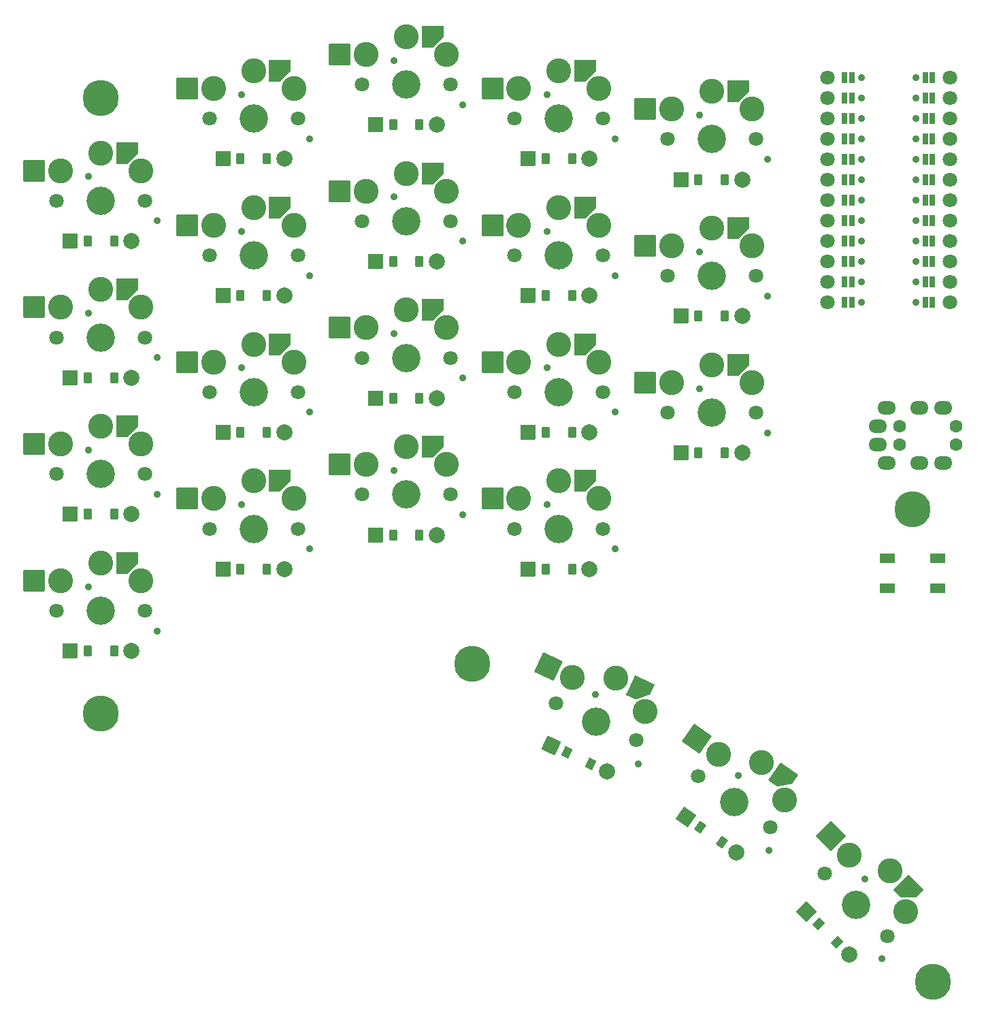
<source format=gts>
G04 #@! TF.GenerationSoftware,KiCad,Pcbnew,8.0.1*
G04 #@! TF.CreationDate,2024-03-30T10:30:43-04:00*
G04 #@! TF.ProjectId,kipra-kicad,6b697072-612d-46b6-9963-61642e6b6963,v1.0.0*
G04 #@! TF.SameCoordinates,Original*
G04 #@! TF.FileFunction,Soldermask,Top*
G04 #@! TF.FilePolarity,Negative*
%FSLAX46Y46*%
G04 Gerber Fmt 4.6, Leading zero omitted, Abs format (unit mm)*
G04 Created by KiCad (PCBNEW 8.0.1) date 2024-03-30 10:30:43*
%MOMM*%
%LPD*%
G01*
G04 APERTURE LIST*
G04 Aperture macros list*
%AMRoundRect*
0 Rectangle with rounded corners*
0 $1 Rounding radius*
0 $2 $3 $4 $5 $6 $7 $8 $9 X,Y pos of 4 corners*
0 Add a 4 corners polygon primitive as box body*
4,1,4,$2,$3,$4,$5,$6,$7,$8,$9,$2,$3,0*
0 Add four circle primitives for the rounded corners*
1,1,$1+$1,$2,$3*
1,1,$1+$1,$4,$5*
1,1,$1+$1,$6,$7*
1,1,$1+$1,$8,$9*
0 Add four rect primitives between the rounded corners*
20,1,$1+$1,$2,$3,$4,$5,0*
20,1,$1+$1,$4,$5,$6,$7,0*
20,1,$1+$1,$6,$7,$8,$9,0*
20,1,$1+$1,$8,$9,$2,$3,0*%
%AMFreePoly0*
4,1,14,1.335355,1.335355,1.350000,1.300000,1.350000,0.000000,1.335355,-0.035355,0.035355,-1.335355,0.000000,-1.350000,-1.300000,-1.350000,-1.335355,-1.335355,-1.350000,-1.300000,-1.350000,1.300000,-1.335355,1.335355,-1.300000,1.350000,1.300000,1.350000,1.335355,1.335355,1.335355,1.335355,$1*%
G04 Aperture macros list end*
%ADD10C,3.529000*%
%ADD11C,1.801800*%
%ADD12C,3.100000*%
%ADD13RoundRect,0.050000X-1.300000X-1.300000X1.300000X-1.300000X1.300000X1.300000X-1.300000X1.300000X0*%
%ADD14FreePoly0,0.000000*%
%ADD15C,0.900000*%
%ADD16RoundRect,0.050000X-1.838478X0.000000X0.000000X-1.838478X1.838478X0.000000X0.000000X1.838478X0*%
%ADD17FreePoly0,315.000000*%
%ADD18RoundRect,0.050000X-1.810547X-0.319248X0.319248X-1.810547X1.810547X0.319248X-0.319248X1.810547X0*%
%ADD19FreePoly0,325.000000*%
%ADD20RoundRect,0.050000X-1.727604X-0.628796X0.628796X-1.727604X1.727604X0.628796X-0.628796X1.727604X0*%
%ADD21FreePoly0,335.000000*%
%ADD22RoundRect,0.050000X-0.450000X-0.600000X0.450000X-0.600000X0.450000X0.600000X-0.450000X0.600000X0*%
%ADD23RoundRect,0.050000X-0.889000X-0.889000X0.889000X-0.889000X0.889000X0.889000X-0.889000X0.889000X0*%
%ADD24C,2.005000*%
%ADD25RoundRect,0.050000X-0.742462X-0.106066X-0.106066X-0.742462X0.742462X0.106066X0.106066X0.742462X0*%
%ADD26RoundRect,0.050000X-1.257236X0.000000X0.000000X-1.257236X1.257236X0.000000X0.000000X1.257236X0*%
%ADD27RoundRect,0.050000X-0.712764X-0.233382X0.024473X-0.749601X0.712764X0.233382X-0.024473X0.749601X0*%
%ADD28RoundRect,0.050000X-1.238136X-0.218317X0.218317X-1.238136X1.238136X0.218317X-0.218317X1.238136X0*%
%ADD29RoundRect,0.050000X-0.661409X-0.353606X0.154268X-0.733963X0.661409X0.353606X-0.154268X0.733963X0*%
%ADD30RoundRect,0.050000X-1.181415X-0.430000X0.430000X-1.181415X1.181415X0.430000X-0.430000X1.181415X0*%
%ADD31C,1.800000*%
%ADD32RoundRect,0.050000X-0.300000X-0.600000X0.300000X-0.600000X0.300000X0.600000X-0.300000X0.600000X0*%
%ADD33C,1.600000*%
%ADD34O,2.300000X1.700000*%
%ADD35RoundRect,0.050000X-0.900000X-0.550000X0.900000X-0.550000X0.900000X0.550000X-0.900000X0.550000X0*%
%ADD36C,0.800000*%
%ADD37C,4.500000*%
G04 APERTURE END LIST*
D10*
X99564702Y-99602060D03*
D11*
X105064702Y-99602060D03*
X94064702Y-99602060D03*
D12*
X104564702Y-95852060D03*
X99564702Y-93652058D03*
X94564702Y-95852060D03*
D13*
X91289702Y-95852061D03*
D14*
X102839702Y-93652060D03*
D15*
X98064702Y-96602060D03*
X106564702Y-102102060D03*
D10*
X99564703Y-82602061D03*
D11*
X105064703Y-82602061D03*
X94064703Y-82602061D03*
D12*
X104564703Y-78852061D03*
X99564703Y-76652059D03*
X94564703Y-78852061D03*
D13*
X91289703Y-78852062D03*
D14*
X102839703Y-76652061D03*
D15*
X98064703Y-79602061D03*
X106564703Y-85102061D03*
D10*
X99564702Y-65602057D03*
D11*
X105064702Y-65602057D03*
X94064702Y-65602057D03*
D12*
X104564702Y-61852057D03*
X99564702Y-59652055D03*
X94564702Y-61852057D03*
D13*
X91289702Y-61852058D03*
D14*
X102839702Y-59652057D03*
D15*
X98064702Y-62602057D03*
X106564702Y-68102057D03*
D10*
X99564702Y-48602060D03*
D11*
X105064702Y-48602060D03*
X94064702Y-48602060D03*
D12*
X104564702Y-44852060D03*
X99564702Y-42652058D03*
X94564702Y-44852060D03*
D13*
X91289702Y-44852061D03*
D14*
X102839702Y-42652060D03*
D15*
X98064702Y-45602060D03*
X106564702Y-51102060D03*
D10*
X118564700Y-89402055D03*
D11*
X124064700Y-89402055D03*
X113064700Y-89402055D03*
D12*
X123564700Y-85652055D03*
X118564700Y-83452053D03*
X113564700Y-85652055D03*
D13*
X110289700Y-85652056D03*
D14*
X121839700Y-83452055D03*
D15*
X117064700Y-86402055D03*
X125564700Y-91902055D03*
D10*
X118564704Y-72402056D03*
D11*
X124064704Y-72402056D03*
X113064704Y-72402056D03*
D12*
X123564704Y-68652056D03*
X118564704Y-66452054D03*
X113564704Y-68652056D03*
D13*
X110289704Y-68652057D03*
D14*
X121839704Y-66452056D03*
D15*
X117064704Y-69402056D03*
X125564704Y-74902056D03*
D10*
X118564704Y-55402053D03*
D11*
X124064704Y-55402053D03*
X113064704Y-55402053D03*
D12*
X123564704Y-51652053D03*
X118564704Y-49452051D03*
X113564704Y-51652053D03*
D13*
X110289704Y-51652054D03*
D14*
X121839704Y-49452053D03*
D15*
X117064704Y-52402053D03*
X125564704Y-57902053D03*
D10*
X118564707Y-38402059D03*
D11*
X124064707Y-38402059D03*
X113064707Y-38402059D03*
D12*
X123564707Y-34652059D03*
X118564707Y-32452057D03*
X113564707Y-34652059D03*
D13*
X110289707Y-34652060D03*
D14*
X121839707Y-32452059D03*
D15*
X117064707Y-35402059D03*
X125564707Y-40902059D03*
D10*
X137564703Y-85152060D03*
D11*
X143064703Y-85152060D03*
X132064703Y-85152060D03*
D12*
X142564703Y-81402060D03*
X137564703Y-79202058D03*
X132564703Y-81402060D03*
D13*
X129289703Y-81402061D03*
D14*
X140839703Y-79202060D03*
D15*
X136064703Y-82152060D03*
X144564703Y-87652060D03*
D10*
X137564700Y-68152056D03*
D11*
X143064700Y-68152056D03*
X132064700Y-68152056D03*
D12*
X142564700Y-64402056D03*
X137564700Y-62202054D03*
X132564700Y-64402056D03*
D13*
X129289700Y-64402057D03*
D14*
X140839700Y-62202056D03*
D15*
X136064700Y-65152056D03*
X144564700Y-70652056D03*
D10*
X137564705Y-51152059D03*
D11*
X143064705Y-51152059D03*
X132064705Y-51152059D03*
D12*
X142564705Y-47402059D03*
X137564705Y-45202057D03*
X132564705Y-47402059D03*
D13*
X129289705Y-47402060D03*
D14*
X140839705Y-45202059D03*
D15*
X136064705Y-48152059D03*
X144564705Y-53652059D03*
D10*
X137564701Y-34152059D03*
D11*
X143064701Y-34152059D03*
X132064701Y-34152059D03*
D12*
X142564701Y-30402059D03*
X137564701Y-28202057D03*
X132564701Y-30402059D03*
D13*
X129289701Y-30402060D03*
D14*
X140839701Y-28202059D03*
D15*
X136064701Y-31152059D03*
X144564701Y-36652059D03*
D10*
X156564700Y-89402056D03*
D11*
X162064700Y-89402056D03*
X151064700Y-89402056D03*
D12*
X161564700Y-85652056D03*
X156564700Y-83452054D03*
X151564700Y-85652056D03*
D13*
X148289700Y-85652057D03*
D14*
X159839700Y-83452056D03*
D15*
X155064700Y-86402056D03*
X163564700Y-91902056D03*
D10*
X156564701Y-72402059D03*
D11*
X162064701Y-72402059D03*
X151064701Y-72402059D03*
D12*
X161564701Y-68652059D03*
X156564701Y-66452057D03*
X151564701Y-68652059D03*
D13*
X148289701Y-68652060D03*
D14*
X159839701Y-66452059D03*
D15*
X155064701Y-69402059D03*
X163564701Y-74902059D03*
D10*
X156564703Y-55402057D03*
D11*
X162064703Y-55402057D03*
X151064703Y-55402057D03*
D12*
X161564703Y-51652057D03*
X156564703Y-49452055D03*
X151564703Y-51652057D03*
D13*
X148289703Y-51652058D03*
D14*
X159839703Y-49452057D03*
D15*
X155064703Y-52402057D03*
X163564703Y-57902057D03*
D10*
X156564707Y-38402059D03*
D11*
X162064707Y-38402059D03*
X151064707Y-38402059D03*
D12*
X161564707Y-34652059D03*
X156564707Y-32452057D03*
X151564707Y-34652059D03*
D13*
X148289707Y-34652060D03*
D14*
X159839707Y-32452059D03*
D15*
X155064707Y-35402059D03*
X163564707Y-40902059D03*
D10*
X175564700Y-74952058D03*
D11*
X181064700Y-74952058D03*
X170064700Y-74952058D03*
D12*
X180564700Y-71202058D03*
X175564700Y-69002056D03*
X170564700Y-71202058D03*
D13*
X167289700Y-71202059D03*
D14*
X178839700Y-69002058D03*
D15*
X174064700Y-71952058D03*
X182564700Y-77452058D03*
D10*
X175564700Y-57952060D03*
D11*
X181064700Y-57952060D03*
X170064700Y-57952060D03*
D12*
X180564700Y-54202060D03*
X175564700Y-52002058D03*
X170564700Y-54202060D03*
D13*
X167289700Y-54202061D03*
D14*
X178839700Y-52002060D03*
D15*
X174064700Y-54952060D03*
X182564700Y-60452060D03*
D10*
X175564704Y-40952060D03*
D11*
X181064704Y-40952060D03*
X170064704Y-40952060D03*
D12*
X180564704Y-37202060D03*
X175564704Y-35002058D03*
X170564704Y-37202060D03*
D13*
X167289704Y-37202061D03*
D14*
X178839704Y-35002060D03*
D15*
X174064704Y-37952060D03*
X182564704Y-43452060D03*
D10*
X193564705Y-136152064D03*
D11*
X197453792Y-140041152D03*
X189675618Y-132262976D03*
D12*
X199751889Y-137035947D03*
X197771990Y-131944777D03*
X192680822Y-129964880D03*
D16*
X190365047Y-127649105D03*
D17*
X200087765Y-134260553D03*
D15*
X194625365Y-132970083D03*
X196746686Y-142869577D03*
D10*
X178361906Y-123353423D03*
D11*
X182867242Y-126508091D03*
X173856570Y-120198755D03*
D12*
X184608578Y-123149485D03*
X181774687Y-118479466D03*
X176417057Y-117413721D03*
D18*
X173734334Y-115535258D03*
D19*
X184457409Y-120357931D03*
D15*
X178853907Y-120035602D03*
X182662029Y-129416337D03*
D10*
X161167615Y-113389173D03*
D11*
X166152309Y-115713572D03*
X156182921Y-111064774D03*
D12*
X167283972Y-112103610D03*
X163682194Y-107996642D03*
X158220894Y-107877427D03*
D20*
X155252737Y-106493354D03*
D21*
X166650352Y-109380716D03*
D15*
X161076008Y-110036322D03*
X166455224Y-118613270D03*
D22*
X97914707Y-104602056D03*
X101214707Y-104602056D03*
D23*
X95754707Y-104602056D03*
D24*
X103374707Y-104602056D03*
D22*
X97914704Y-87602059D03*
X101214704Y-87602059D03*
D23*
X95754704Y-87602059D03*
D24*
X103374704Y-87602059D03*
D22*
X97914709Y-70602059D03*
X101214709Y-70602059D03*
D23*
X95754709Y-70602059D03*
D24*
X103374709Y-70602059D03*
D22*
X97914705Y-53602057D03*
X101214705Y-53602057D03*
D23*
X95754705Y-53602057D03*
D24*
X103374705Y-53602057D03*
D22*
X116914705Y-94402054D03*
X120214705Y-94402054D03*
D23*
X114754705Y-94402054D03*
D24*
X122374705Y-94402054D03*
D22*
X116914704Y-77402058D03*
X120214704Y-77402058D03*
D23*
X114754704Y-77402058D03*
D24*
X122374704Y-77402058D03*
D22*
X116914706Y-60402060D03*
X120214706Y-60402060D03*
D23*
X114754706Y-60402060D03*
D24*
X122374706Y-60402060D03*
D22*
X116914706Y-43402055D03*
X120214706Y-43402055D03*
D23*
X114754706Y-43402055D03*
D24*
X122374706Y-43402055D03*
D22*
X135914707Y-90152058D03*
X139214707Y-90152058D03*
D23*
X133754707Y-90152058D03*
D24*
X141374707Y-90152058D03*
D22*
X135914705Y-73152062D03*
X139214705Y-73152062D03*
D23*
X133754705Y-73152062D03*
D24*
X141374705Y-73152062D03*
D22*
X135914703Y-56152059D03*
X139214703Y-56152059D03*
D23*
X133754703Y-56152059D03*
D24*
X141374703Y-56152059D03*
D22*
X135914704Y-39152057D03*
X139214704Y-39152057D03*
D23*
X133754704Y-39152057D03*
D24*
X141374704Y-39152057D03*
D22*
X154914707Y-94402057D03*
X158214707Y-94402057D03*
D23*
X152754707Y-94402057D03*
D24*
X160374707Y-94402057D03*
D22*
X154914707Y-77402055D03*
X158214707Y-77402055D03*
D23*
X152754707Y-77402055D03*
D24*
X160374707Y-77402055D03*
D22*
X154914705Y-60402059D03*
X158214705Y-60402059D03*
D23*
X152754705Y-60402059D03*
D24*
X160374705Y-60402059D03*
D22*
X154914703Y-43402054D03*
X158214703Y-43402054D03*
D23*
X152754703Y-43402054D03*
D24*
X160374703Y-43402054D03*
D22*
X173914704Y-79952057D03*
X177214704Y-79952057D03*
D23*
X171754704Y-79952057D03*
D24*
X179374704Y-79952057D03*
D22*
X173914700Y-62952058D03*
X177214700Y-62952058D03*
D23*
X171754700Y-62952058D03*
D24*
X179374700Y-62952058D03*
D22*
X173914700Y-45952056D03*
X177214700Y-45952056D03*
D23*
X171754700Y-45952056D03*
D24*
X179374700Y-45952056D03*
D25*
X188862441Y-138520865D03*
X191195893Y-140854317D03*
D26*
X187335090Y-136993514D03*
D24*
X192723244Y-142381668D03*
D27*
X174142427Y-126502782D03*
X176845629Y-128395584D03*
D28*
X172373059Y-125263857D03*
D24*
X178614997Y-129634509D03*
D29*
X157559120Y-117223389D03*
X160549936Y-118618029D03*
D30*
X155601495Y-116310534D03*
D24*
X162507561Y-119530884D03*
D31*
X189944704Y-33252055D03*
X205184704Y-33252055D03*
D15*
X200964704Y-33252055D03*
X194164704Y-33252055D03*
D32*
X192084704Y-33252055D03*
X192984705Y-33252055D03*
X202144704Y-33252055D03*
X203044703Y-33252055D03*
D31*
X189944704Y-35792055D03*
X205184704Y-35792055D03*
D15*
X200964704Y-35792055D03*
X194164704Y-35792055D03*
D32*
X192084703Y-35792055D03*
X192984704Y-35792055D03*
X202144703Y-35792055D03*
X203044704Y-35792055D03*
D31*
X189944704Y-38332055D03*
X205184704Y-38332055D03*
D15*
X200964705Y-38332055D03*
X194164703Y-38332056D03*
D32*
X192084704Y-38332055D03*
X192984704Y-38332055D03*
X202144704Y-38332054D03*
X203044705Y-38332055D03*
D31*
X189944705Y-40872055D03*
X205184704Y-40872055D03*
D15*
X200964704Y-40872055D03*
X194164703Y-40872055D03*
D32*
X192084704Y-40872055D03*
X192984705Y-40872054D03*
X202144704Y-40872055D03*
X203044704Y-40872055D03*
D31*
X189944704Y-43412055D03*
X205184704Y-43412055D03*
D15*
X200964704Y-43412055D03*
X194164704Y-43412055D03*
D32*
X192084704Y-43412055D03*
X192984704Y-43412055D03*
X202144704Y-43412055D03*
X203044704Y-43412055D03*
D31*
X189944704Y-45952055D03*
X205184704Y-45952055D03*
D15*
X200964704Y-45952055D03*
X194164704Y-45952055D03*
D32*
X192084705Y-45952055D03*
X192984704Y-45952055D03*
X202144704Y-45952055D03*
X203044703Y-45952055D03*
D31*
X189944704Y-48492055D03*
X205184704Y-48492055D03*
D15*
X200964704Y-48492055D03*
X194164704Y-48492055D03*
D32*
X192084704Y-48492055D03*
X192984704Y-48492055D03*
X202144704Y-48492055D03*
X203044704Y-48492055D03*
D31*
X189944704Y-51032055D03*
X205184703Y-51032055D03*
D15*
X200964705Y-51032055D03*
X194164704Y-51032055D03*
D32*
X192084704Y-51032055D03*
X192984704Y-51032055D03*
X202144703Y-51032056D03*
X203044704Y-51032055D03*
D31*
X189944704Y-53572055D03*
X205184704Y-53572055D03*
D15*
X200964705Y-53572054D03*
X194164703Y-53572055D03*
D32*
X192084703Y-53572055D03*
X192984704Y-53572056D03*
X202144704Y-53572055D03*
X203044704Y-53572055D03*
D31*
X189944704Y-56112055D03*
X205184704Y-56112055D03*
D15*
X200964704Y-56112055D03*
X194164704Y-56112055D03*
D32*
X192084704Y-56112055D03*
X192984705Y-56112055D03*
X202144704Y-56112055D03*
X203044705Y-56112055D03*
D31*
X189944704Y-58652055D03*
X205184704Y-58652055D03*
D15*
X200964704Y-58652055D03*
X194164704Y-58652055D03*
D32*
X192084705Y-58652055D03*
X192984704Y-58652055D03*
X202144703Y-58652055D03*
X203044704Y-58652055D03*
D31*
X189944706Y-61192054D03*
X205184704Y-61192055D03*
D15*
X200964704Y-61192055D03*
X194164704Y-61192055D03*
D32*
X192084704Y-61192055D03*
X192984703Y-61192055D03*
X202144702Y-61192055D03*
X203044704Y-61192055D03*
D33*
X198964700Y-76652058D03*
X205964699Y-76652058D03*
X198964699Y-78952058D03*
X205964699Y-78952058D03*
D34*
X196264699Y-76652058D03*
X197364698Y-81252058D03*
X201364699Y-81252058D03*
X204364700Y-81252058D03*
X196264699Y-78952058D03*
X197364699Y-74352058D03*
X201364700Y-74352057D03*
X204364699Y-74352057D03*
D35*
X197464702Y-93102061D03*
X203664702Y-93102061D03*
X197464702Y-96802061D03*
X203664702Y-96802061D03*
D36*
X100731431Y-113518785D03*
D37*
X99564705Y-112352059D03*
D36*
X99564705Y-114002059D03*
X100731431Y-111185333D03*
X97914705Y-112352059D03*
X98397979Y-111185333D03*
X98397979Y-113518785D03*
X101214705Y-112352059D03*
X99564705Y-110702059D03*
X100731426Y-37018783D03*
D37*
X99564700Y-35852057D03*
D36*
X99564700Y-37502057D03*
X100731426Y-34685331D03*
X97914700Y-35852057D03*
X98397974Y-34685331D03*
X98397974Y-37018783D03*
X101214700Y-35852057D03*
X99564700Y-34202057D03*
X201731430Y-88118785D03*
D37*
X200564704Y-86952059D03*
D36*
X200564704Y-88602059D03*
X201731430Y-85785333D03*
X198914704Y-86952059D03*
X199397978Y-85785333D03*
X199397978Y-88118785D03*
X202214704Y-86952059D03*
X200564704Y-85302059D03*
X146324713Y-107755152D03*
D37*
X145760381Y-106204659D03*
D36*
X145063061Y-107700067D03*
X147310874Y-105640327D03*
X144264973Y-105507339D03*
X145196049Y-104654166D03*
X144209888Y-106768991D03*
X147255789Y-106901979D03*
X146457701Y-104709251D03*
X203110645Y-147347999D03*
D37*
X203110645Y-145697999D03*
D36*
X201943919Y-146864725D03*
X204760645Y-145697999D03*
X201943919Y-144531273D03*
X203110645Y-144047999D03*
X201460645Y-145697999D03*
X204277371Y-146864725D03*
X204277371Y-144531273D03*
M02*

</source>
